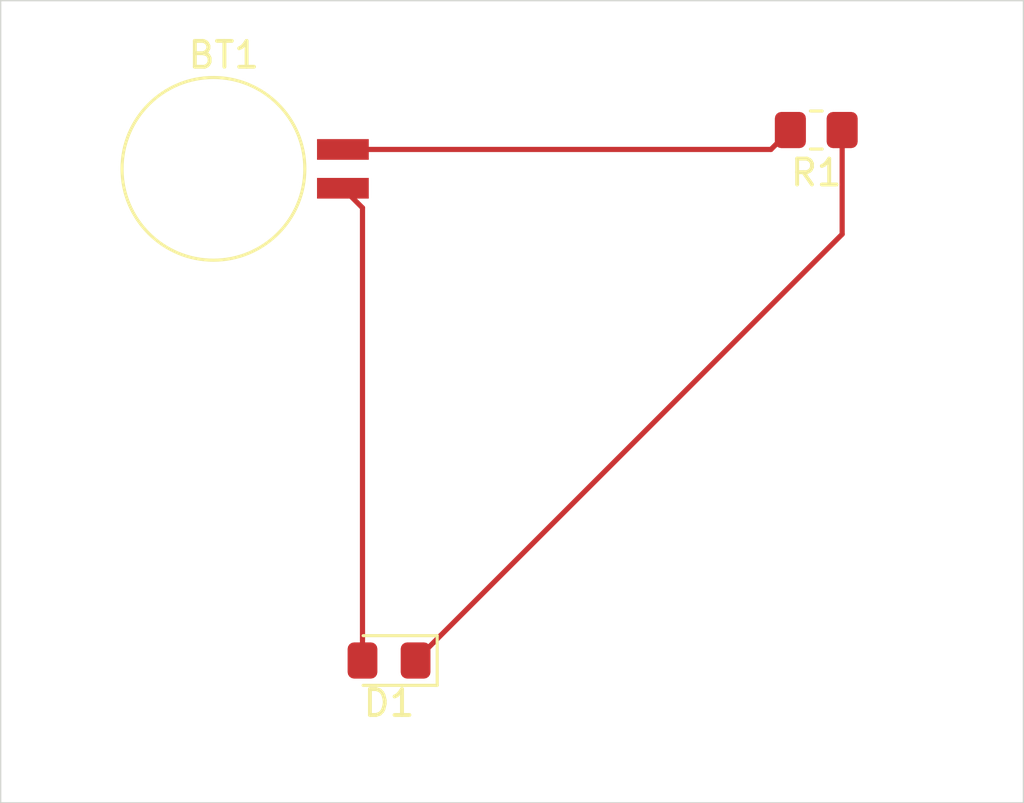
<source format=kicad_pcb>
(kicad_pcb (version 20240108) (generator "pcbnew") (generator_version "8.0")
  (title_block (title "First PCB") (date "2024-10-08") (rev "1.0"))
  (layers (0 "F.Cu" signal) (31 "B.Cu" signal) (34 "B.Paste" user) (35 "F.Paste" user) (36 "B.SilkS" user "B.Silkscreen") (37 "F.SilkS" user "F.Silkscreen") (38 "B.Mask" user) (39 "F.Mask" user) (44 "Edge.Cuts" user))
  (net 0 "")
  (net 1 "Net-(BT1-+)")
  (net 2 "Net-(BT1--)")
  (net 3 "Net-(D1-K)")
  (footprint "Diode_SMD:D_0805_2012Metric_Pad1.15x1.40mm_HandSolder" (layer "F.Cu") (at 38 61 180)
    (property "Reference" "D1" (at 0 -1.65 360) (layer "F.SilkS"))
    (property "Value" "LED")
    (fp_line (start 1 -0.96) (end -1.86 -0.96) (stroke (width 0.12)) (layer "F.SilkS"))
    (fp_line (start -1.86 0.96) (end 1 0.96) (stroke (width 0.12)) (layer "F.SilkS"))
    (fp_line (start -1.86 -0.96) (end -1.86 0.96) (stroke (width 0.12)) (layer "F.SilkS"))
    (pad "1" smd roundrect (at -1.025 0 180) (size 1.15 1.4) (layers "F.Cu" "F.Paste" "F.Mask") (roundrect_rratio 0.217391) (net 3 "Net-(D1-K)"))
    (pad "2" smd roundrect (at 1.025 0 180) (size 1.15 1.4) (layers "F.Cu" "F.Paste" "F.Mask") (roundrect_rratio 0.217391) (net 2 "Net-(BT1--)"))
  )
  (footprint "Resistor_SMD:R_0805_2012Metric_Pad1.20x1.40mm_HandSolder" (layer "F.Cu") (at 54.5 40.5 180)
    (property "Reference" "R1" (at 0 -1.65 360) (layer "F.SilkS"))
    (property "Value" "R")
    (fp_line (start -0.227064 0.735) (end 0.227064 0.735) (stroke (width 0.12)) (layer "F.SilkS"))
    (fp_line (start -0.227064 -0.735) (end 0.227064 -0.735) (stroke (width 0.12)) (layer "F.SilkS"))
    (pad "1" smd roundrect (at -1 0 180) (size 1.2 1.4) (layers "F.Cu" "F.Paste" "F.Mask") (roundrect_rratio 0.208333) (net 3 "Net-(D1-K)"))
    (pad "2" smd roundrect (at 1 0 180) (size 1.2 1.4) (layers "F.Cu" "F.Paste" "F.Mask") (roundrect_rratio 0.208333) (net 1 "Net-(BT1-+)"))
  )
  (footprint "Battery:BatteryHolder_Seiko_MS621F" (layer "F.Cu") (at 36.218102 42)
    (property "Reference" "BT1" (at -4.6 -4.4 0) (layer "F.SilkS"))
    (property "Value" "Battery_Cell" (hide yes))
    (fp_circle (center -5 0) (end -1.47 0) (stroke (width 0.12)) (fill none) (layer "F.SilkS"))
    (pad "1" smd rect (at 0 -0.75) (size 2 0.8) (layers "F.Cu" "F.Paste" "F.Mask") (net 1 "Net-(BT1-+)"))
    (pad "2" smd rect (at 0 0.75) (size 2 0.8) (layers "F.Cu" "F.Paste" "F.Mask") (net 2 "Net-(BT1--)"))
  )
  (gr_rect (start 23 35.5) (end 62.5 66.5) (stroke (width 0.05)) (fill none) (layer "Edge.Cuts"))
  (segment (start 36.218102 41.25) (end 52.75 41.25) (width 0.2) (layer "F.Cu") (net 1))
  (segment (start 52.75 41.25) (end 53.5 40.5) (width 0.2) (layer "F.Cu") (net 1))
  (segment (start 36.218102 42.75) (end 36.1 42.868102) (width 0.2) (layer "F.Cu") (net 2))
  (segment (start 36.975 61) (end 36.975 43.506898) (width 0.2) (layer "F.Cu") (net 2))
  (segment (start 36.975 43.506898) (end 36.218102 42.75) (width 0.2) (layer "F.Cu") (net 2))
  (segment (start 55.5 44.525) (end 39.025 61) (width 0.2) (layer "F.Cu") (net 3))
  (segment (start 55.5 40.5) (end 55.5 44.525) (width 0.2) (layer "F.Cu") (net 3))
)
</source>
